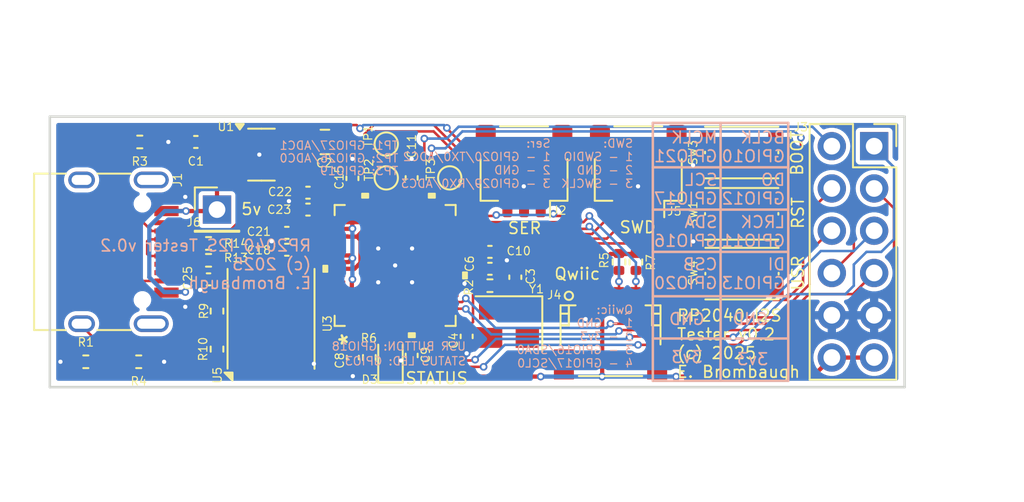
<source format=kicad_pcb>
(kicad_pcb (version 20240108) (generator "pcbnew") (generator_version "8.0")
  (layers (0 "F.Cu" signal) (31 "B.Cu" signal) (34 "B.Paste" user) (35 "F.Paste" user) (36 "B.SilkS" user "B.Silkscreen") (37 "F.SilkS" user "F.Silkscreen") (38 "B.Mask" user) (39 "F.Mask" user) (44 "Edge.Cuts" user))
  (net 0 "")
  (net 1 "GND")
  (net 2 "Vbus")
  (net 3 "+3.3V")
  (net 4 "Net-(C3-Pad1)")
  (net 5 "Net-(U3-XIN)")
  (net 6 "+1V1")
  (net 7 "Net-(D3-A)")
  (net 8 "Net-(J1-D+-PadA6)")
  (net 9 "Net-(J1-CC2)")
  (net 10 "Net-(J1-CC1)")
  (net 11 "Net-(J1-SHIELD)")
  (net 13 "Net-(J1-D--PadA7)")
  (net 15 "/UART0_RX")
  (net 16 "/UART0_TX")
  (net 17 "/I2S_DO")
  (net 18 "/I2S_MCLK")
  (net 19 "/CSB")
  (net 20 "/I2S_LRCK")
  (net 21 "/I2S_DI")
  (net 22 "/SDA")
  (net 23 "/SCL")
  (net 24 "/I2S_BCLK")
  (net 25 "/SWDIO")
  (net 26 "/SWCLK")
  (net 27 "Net-(U3-XOUT)")
  (net 28 "/LED")
  (net 29 "/QSPI_SS_N")
  (net 30 "Net-(R10-Pad2)")
  (net 31 "Net-(U3-USB_DP)")
  (net 32 "Net-(U3-USB_DM)")
  (net 33 "/NRST")
  (net 34 "/BTN")
  (net 40 "/QSPI_SCLK")
  (net 43 "/QSPI_SD0")
  (net 46 "/QSPI_SD1")
  (net 47 "/QSPI_SD2")
  (net 48 "/QSPI_SD3")
  (net 57 "Net-(U3-GPIO27{slash}ADC1)")
  (net 58 "Net-(U3-GPIO26{slash}ADC0)")
  (net 59 "Net-(U3-GPIO19)")
  (footprint "Resistor_SMD:R_0402_1005Metric" (layer "F.Cu") (at 124.333 109.73 90)
    (property "Reference" "R9")
    (property "Value" "10k")
  )
  (footprint "Capacitor_SMD:C_0402_1005Metric" (layer "F.Cu") (at 142.24 107.696 90)
    (property "Reference" "C3")
    (property "Value" "18pf")
  )
  (footprint "Connector_PinSocket_2.54mm:PinSocket_2x06_P2.54mm_Vertical" (layer "F.Cu") (at 163.7792 99.822)
    (property "Reference" "J3")
    (property "Value" "CONN_02X06")
  )
  (footprint "EMEB:RP2040" (layer "F.Cu") (at 135.0264 106.988 90)
    (property "Reference" "U3")
    (property "Value" "RP2040" (hide yes))
  )
  (footprint "Resistor_SMD:R_0402_1005Metric" (layer "F.Cu") (at 116.459 112.776)
    (property "Reference" "R1")
    (property "Value" "1M")
  )
  (footprint "Package_SON:WSON-8-1EP_6x5mm_P1.27mm_EP3.4x4.3mm" (layer "F.Cu") (at 127.576 110.197 90)
    (property "Reference" "U5")
    (property "Value" "W25Q32JVZPIQ")
  )
  (footprint "Connector_PinHeader_2.54mm:PinHeader_1x01_P2.54mm_Vertical" (layer "F.Cu") (at 124.333 103.632)
    (property "Reference" "J6")
    (property "Value" "5V TP")
  )
  (footprint "Connector_JST:JST_SH_SM03B-SRSS-TB_1x03-1MP_P1.00mm_Horizontal" (layer "F.Cu") (at 149.62 101.316 180)
    (property "Reference" "J5")
    (property "Value" "SWD")
  )
  (footprint "TestPoint:TestPoint_Pad_D1.0mm" (layer "F.Cu") (at 134.493 101.727)
    (property "Reference" "TP2")
    (property "Value" "Diag2")
  )
  (footprint "LED_SMD:LED_0603_1608Metric" (layer "F.Cu") (at 134.747 112.5475 90)
    (property "Reference" "D3")
    (property "Value" "LED Green")
  )
  (footprint "Resistor_SMD:R_0402_1005Metric" (layer "F.Cu") (at 123.825 106.68 180)
    (property "Reference" "R13")
    (property "Value" "27.5")
  )
  (footprint "Button_Switch_SMD:SW_Push_1P1T_NO_CK_KMR2" (layer "F.Cu") (at 155.829 103.886)
    (property "Reference" "SW1")
    (property "Value" "RST")
  )
  (footprint "Capacitor_SMD:C_0402_1005Metric" (layer "F.Cu") (at 128.524 106.045 180)
    (property "Reference" "C18")
    (property "Value" "0.1uf")
  )
  (footprint "Package_TO_SOT_SMD:SOT-23-5" (layer "F.Cu") (at 127 100.33)
    (property "Reference" "U1")
    (property "Value" "XC6222B331MR-G")
  )
  (footprint "Capacitor_SMD:C_0402_1005Metric" (layer "F.Cu") (at 128.524 105.029 180)
    (property "Reference" "C21")
    (property "Value" "0.1uf")
  )
  (footprint "Connector_USB:USB_C_Receptacle_HRO_TYPE-C-31-M-12" (layer "F.Cu") (at 117.255 106.17 -90)
    (property "Reference" "J1")
    (property "Value" "USB_C_Receptacle_USB2.0")
  )
  (footprint "Resistor_SMD:R_0402_1005Metric" (layer "F.Cu") (at 140.716 108.204 180)
    (property "Reference" "R2")
    (property "Value" "1k")
  )
  (footprint "Capacitor_SMD:C_0402_1005Metric" (layer "F.Cu") (at 132.4864 112.522 -90)
    (property "Reference" "C8")
    (property "Value" "0.1uf")
  )
  (footprint "Capacitor_SMD:C_0402_1005Metric" (layer "F.Cu") (at 136.017 101.727 90)
    (property "Reference" "C11")
    (property "Value" "0.1uf")
  )
  (footprint "Capacitor_SMD:C_0402_1005Metric" (layer "F.Cu") (at 129.794 102.616 180)
    (property "Reference" "C22")
    (property "Value" "1uf")
  )
  (footprint "Capacitor_SMD:C_0402_1005Metric" (layer "F.Cu") (at 129.794 103.632 180)
    (property "Reference" "C23")
    (property "Value" "1uf")
  )
  (footprint "Capacitor_SMD:C_0402_1005Metric" (layer "F.Cu") (at 136.017 112.395 -90)
    (property "Reference" "C9")
    (property "Value" "0.1uf")
  )
  (footprint "Capacitor_SMD:C_0402_1005Metric" (layer "F.Cu") (at 123.063 99.568 180)
    (property "Reference" "C1")
    (property "Value" "1uf")
  )
  (footprint "Capacitor_SMD:C_0805_2012Metric" (layer "F.Cu") (at 130.81 99.568)
    (property "Reference" "C2")
    (property "Value" "10uf")
  )
  (footprint "EMEB:JST_SH_SM04B-SRSS-TB_04x1.00mm_Angled" (layer "F.Cu") (at 147.955 110.998)
    (property "Reference" "J4")
    (property "Value" "Qwiic")
  )
  (footprint "Resistor_SMD:R_0402_1005Metric" (layer "F.Cu") (at 123.825 105.664 180)
    (property "Reference" "R14")
    (property "Value" "27.5")
  )
  (footprint "Resistor_SMD:R_0402_1005Metric" (layer "F.Cu") (at 133.477 112.522 90)
    (property "Reference" "R6")
    (property "Value" "1k")
  )
  (footprint "Capacitor_SMD:C_0402_1005Metric" (layer "F.Cu") (at 139.319 111.252 -90)
    (property "Reference" "C4")
    (property "Value" "18pf")
  )
  (footprint "Crystal:Crystal_SMD_3225-4Pin_3.2x2.5mm" (layer "F.Cu") (at 141.859 110.49 180)
    (property "Reference" "Y1")
    (property "Value" "Crystal_4pin_SMD")
  )
  (footprint "Resistor_SMD:R_0402_1005Metric" (layer "F.Cu") (at 149.479 106.779 90)
    (property "Reference" "R7")
    (property "Value" "5k1")
  )
  (footprint "TestPoint:TestPoint_Pad_D1.0mm" (layer "F.Cu") (at 134.493 99.695)
    (property "Reference" "TP1")
    (property "Value" "Diag1")
  )
  (footprint "Capacitor_SMD:C_0402_1005Metric" (layer "F.Cu") (at 123.825 107.823 180)
    (property "Reference" "C25")
    (property "Value" "0.1uf")
  )
  (footprint "Connector_JST:JST_SH_SM03B-SRSS-TB_1x03-1MP_P1.00mm_Horizontal" (layer "F.Cu") (at 142.764 101.316 180)
    (property "Reference" "J2")
    (property "Value" "Serial")
  )
  (footprint "Button_Switch_SMD:SW_Push_1P1T_NO_CK_KMR2" (layer "F.Cu") (at 155.829 100.203)
    (property "Reference" "SW3")
    (property "Value" "BOOT")
  )
  (footprint "TestPoint:TestPoint_Pad_D1.0mm" (layer "F.Cu") (at 138.303 101.727)
    (property "Reference" "TP3")
    (property "Value" "Diag3")
  )
  (footprint "Resistor_SMD:R_0402_1005Metric" (layer "F.Cu") (at 119.698 99.568 180)
    (property "Reference" "R3")
    (property "Value" "5k1")
  )
  (footprint "Resistor_SMD:R_0402_1005Metric" (layer "F.Cu") (at 148.463 106.779 90)
    (property "Reference" "R5")
    (property "Value" "5k1")
  )
  (footprint "Capacitor_SMD:C_0402_1005Metric" (layer "F.Cu") (at 132.461 101.755 90)
    (property "Reference" "C15")
    (property "Value" "0.1uf")
  )
  (footprint "Button_Switch_SMD:SW_Push_1P1T_NO_CK_KMR2" (layer "F.Cu") (at 155.847 107.48 180)
    (property "Reference" "SW4")
    (property "Value" "USR")
  )
  (footprint "Capacitor_SMD:C_0402_1005Metric" (layer "F.Cu") (at 140.716 106.172)
    (property "Reference" "C10")
    (property "Value" "0.1uf")
  )
  (footprint "Resistor_SMD:R_0402_1005Metric" (layer "F.Cu") (at 124.333 112.014 -90)
    (property "Reference" "R10")
    (property "Value" "1k")
  )
  (footprint "Resistor_SMD:R_0402_1005Metric" (layer "F.Cu") (at 119.634 112.776 180)
    (property "Reference" "R4")
    (property "Value" "5k1")
  )
  (footprint "Capacitor_SMD:C_0402_1005Metric" (layer "F.Cu") (at 140.716 107.188)
    (property "Reference" "C6")
    (property "Value" "0.1uf")
  )
  (gr_line (start 158.623 111.379) (end 150.495 111.379) (stroke (width 0.15)) (layer "B.SilkS"))
  (gr_line (start 150.495 98.425) (end 158.629 98.425) (stroke (width 0.15)) (layer "B.SilkS"))
  (gr_line (start 154.562 113.919) (end 154.562 98.425) (stroke (width 0.15)) (layer "B.SilkS"))
  (gr_line (start 158.623 101.092) (end 150.495 101.092) (stroke (width 0.15)) (layer "B.SilkS"))
  (gr_line (start 158.623 108.839) (end 150.495 108.839) (stroke (width 0.15)) (layer "B.SilkS"))
  (gr_line (start 158.623 113.919) (end 150.495 113.919) (stroke (width 0.15)) (layer "B.SilkS"))
  (gr_line (start 158.623 103.632) (end 150.495 103.632) (stroke (width 0.15)) (layer "B.SilkS"))
  (gr_line (start 158.623 98.425) (end 158.623 113.919) (stroke (width 0.15)) (layer "B.SilkS"))
  (gr_line (start 158.623 106.172) (end 150.495 106.172) (stroke (width 0.15)) (layer "B.SilkS"))
  (gr_line (start 150.495 113.919) (end 150.495 98.425) (stroke (width 0.15)) (layer "B.SilkS"))
  (gr_line (start 114.3 114.3) (end 165.608 114.3) (stroke (width 0.15)) (layer "Edge.Cuts"))
  (gr_line (start 165.608 114.3) (end 165.608 98.044) (stroke (width 0.15)) (layer "Edge.Cuts"))
  (gr_line (start 114.3 98.044) (end 114.3 114.3) (stroke (width 0.15)) (layer "Edge.Cuts"))
  (gr_line (start 165.608 98.044) (end 114.3 98.044) (stroke (width 0.15)) (layer "Edge.Cuts"))
  (gr_text "STATUS LED: GPIO3" (at 139.319 113.03 0) (layer "B.SilkS") (effects (font (size 0.5 0.5) (thickness 0.07)) (justify left bottom mirror)))
  (gr_text "LRCK\nGPIO11" (at 158.496 105.918 0) (layer "B.SilkS") (effects (font (size 0.7 0.7) (thickness 0.1)) (justify left bottom mirror)))
  (gr_text "TP2: GPIO26/ADC0\n" (at 135.255 100.838 0) (layer "B.SilkS") (effects (font (size 0.5 0.5) (thickness 0.07)) (justify left bottom mirror)))
  (gr_text "CSB\nGPIO20" (at 154.432 108.458 0) (layer "B.SilkS") (effects (font (size 0.7 0.7) (thickness 0.1)) (justify left bottom mirror)))
  (gr_text "DI\nGPIO13\n" (at 158.496 108.458 0) (layer "B.SilkS") (effects (font (size 0.7 0.7) (thickness 0.1)) (justify left bottom mirror)))
  (gr_text "3v3" (at 153.543 112.903 0) (layer "B.SilkS") (effects (font (size 0.7 0.7) (thickness 0.1)) (justify left bottom mirror)))
  (gr_text "SCL\nGPIO17" (at 154.432 103.378 0) (layer "B.SilkS") (effects (font (size 0.7 0.7) (thickness 0.1)) (justify left bottom mirror)))
  (gr_text "GND" (at 153.67 110.617 0) (layer "B.SilkS") (effects (font (size 0.7 0.7) (thickness 0.1)) (justify left bottom mirror)))
  (gr_text "USR BUTTON: GPIO18" (at 139.319 112.141 0) (layer "B.SilkS") (effects (font (size 0.5 0.5) (thickness 0.07)) (justify left bottom mirror)))
  (gr_text "GND" (at 157.48 110.617 0) (layer "B.SilkS") (effects (font (size 0.7 0.7) (thickness 0.1)) (justify left bottom mirror)))
  (gr_text "MCLK\nGPIO21" (at 154.432 100.838 0) (layer "B.SilkS") (effects (font (size 0.7 0.7) (thickness 0.1)) (justify left bottom mirror)))
  (gr_text "TP1: GPIO27/ADC1" (at 135.255 100.076 0) (layer "B.SilkS") (effects (font (size 0.5 0.5) (thickness 0.07)) (justify left bottom mirror)))
  (gr_text "Ser:\n1 - GPIO20/TX0/ADC2\n2 - GND\n3 - GPIO29/RX0/ADC3" (at 144.399 102.362 0) (layer "B.SilkS") (effects (font (size 0.5 0.5) (thickness 0.07)) (justify left bottom mirror)))
  (gr_text "BCLK\nGPIO10" (at 158.496 100.838 0) (layer "B.SilkS") (effects (font (size 0.7 0.7) (thickness 0.1)) (justify left bottom mirror)))
  (gr_text "DO\nGPIO12" (at 158.496 103.378 0) (layer "B.SilkS") (effects (font (size 0.7 0.7) (thickness 0.1)) (justify left bottom mirror)))
  (gr_text "Qwiic:\n1 - GND\n2 - 3v3\n3 - GPIO16/SDA0\n4 - GPIO17/SCL0" (at 149.352 113.157 0) (layer "B.SilkS") (effects (font (size 0.5 0.5) (thickness 0.07)) (justify left bottom mirror)))
  (gr_text "SWD:\n1 - SWDIO\n2 - GND\n3 - SWCLK" (at 149.352 102.362 0) (layer "B.SilkS") (effects (font (size 0.5 0.5) (thickness 0.07)) (justify left bottom mirror)))
  (gr_text "3v3" (at 157.48 113.03 0) (layer "B.SilkS") (effects (font (size 0.7 0.7) (thickness 0.1)) (justify left bottom mirror)))
  (gr_text "SDA\nGPIO16" (at 154.432 105.918 0) (layer "B.SilkS") (effects (font (size 0.7 0.7) (thickness 0.1)) (justify left bottom mirror)))
  (gr_text "RP2040 I2S Tester v0.2\n(c) 2025\nE. Brombaugh" (at 130.048 108.458 0) (layer "B.SilkS") (effects (font (size 0.7 0.7) (thickness 0.1)) (justify left bottom mirror)))
  (gr_text "TP3: GPIO19\n" (at 135.255 101.6 0) (layer "B.SilkS") (effects (font (size 0.5 0.5) (thickness 0.07)) (justify left bottom mirror)))
  (gr_text "SER" (at 141.732 105.156 0) (layer "F.SilkS") (effects (font (size 0.7 0.7) (thickness 0.1)) (justify left bottom)))
  (gr_text "BOOT" (at 159.5628 101.6508 90) (layer "F.SilkS") (effects (font (size 0.7 0.7) (thickness 0.1)) (justify left bottom)))
  (gr_text "SWD" (at 148.4376 105.1052 0) (layer "F.SilkS") (effects (font (size 0.7 0.7) (thickness 0.1)) (justify left bottom)))
  (gr_text "RST" (at 159.6136 104.8512 90) (layer "F.SilkS") (effects (font (size 0.7 0.7) (thickness 0.1)) (justify left bottom)))
  (gr_text "STATUS" (at 135.5852 114.173 0) (layer "F.SilkS") (effects (font (size 0.7 0.7) (thickness 0.1)) (justify left bottom)))
  (gr_text "Qwiic" (at 144.526 107.8992 0) (layer "F.SilkS") (effects (font (size 0.7 0.7) (thickness 0.1)) (justify left bottom)))
  (gr_text "5v" (at 125.73 104.013 0) (layer "F.SilkS") (effects (font (size 0.7 0.7) (thickness 0.1)) (justify left bottom)))
  (gr_text "USR" (at 159.6136 108.5596 90) (layer "F.SilkS") (effects (font (size 0.7 0.7) (thickness 0.1)) (justify left bottom)))
  (gr_text "RP2040 I2S\nTester v0.2\n(c) 2025\nE. Brombaugh" (at 151.892 113.792 0) (layer "F.SilkS") (effects (font (size 0.7 0.7) (thickness 0.1)) (justify left bottom)))
  (segment (start 128.016 105.029) (end 127.508 105.537) (width 0.254) (layer "F.Cu") (net 1))
  (segment (start 136.017 101.247) (end 136.017 100.584) (width 0.254) (layer "F.Cu") (net 1))
  (segment (start 115.634 112.776) (end 114.935 112.776) (width 0.254) (layer "F.Cu") (net 1))
  (segment (start 135.382 112.7) (end 134.747 113.335) (width 0.254) (layer "F.Cu") (net 1))
  (segment (start 130.169 112.897) (end 130.1496 112.897) (width 0.254) (layer "F.Cu") (net 1))
  (segment (start 146.455 109.0605) (end 146.455 110.212) (width 0.254) (layer "F.Cu") (net 1))
  (segment (start 129.159 103.632) (end 128.651 103.124) (width 0.254) (layer "F.Cu") (net 1))
  (segment (start 141.732 106.708) (end 142.24 107.216) (width 0.254) (layer "F.Cu") (net 1))
  (segment (start 128.044 106.045) (end 128.044 105.9714) (width 0.254) (layer "F.Cu") (net 1))
  (segment (start 128.044 105.9714) (end 127.6096 105.537) (width 0.254) (layer "F.Cu") (net 1))
  (segment (start 141.224 107.188) (end 141.732 106.68) (width 0.254) (layer "F.Cu") (net 1))
  (segment (start 132.4864 113.6396) (end 132.4864 113.002) (width 0.254) (layer "F.Cu") (net 1))
  (segment (start 141.196 107.188) (end 141.224 107.188) (width 0.254) (layer "F.Cu") (net 1))
  (segment (start 138.43 107.988001) (end 139.103001 107.988001) (width 0.254) (layer "F.Cu") (net 1))
  (segment (start 123.345 107.823) (end 123.345 108.43) (width 0.254) (layer "F.Cu") (net 1))
  (segment (start 132.461 101.275) (end 132.461 100.584) (width 0.254) (layer "F.Cu") (net 1))
  (segment (start 121.3 109.42) (end 122.374 109.42) (width 0.254) (layer "F.Cu") (net 1))
  (segment (start 139.103001 107.988001) (end 139.192 108.077) (width 0.254) (layer "F.Cu") (net 1))
  (segment (start 141.732 106.68) (end 141.704 106.68) (width 0.254) (layer "F.Cu") (net 1))
  (segment (start 149.62 103.316) (end 149.62 102.249) (width 0.254) (layer "F.Cu") (net 1))
  (segment (start 121.3 102.92) (end 122.378 102.92) (width 0.254) (layer "F.Cu") (net 1))
  (segment (start 122.288 99.568) (end 121.412 99.568) (width 0.254) (layer "F.Cu") (net 1))
  (segment (start 129.159 102.616) (end 128.651 103.124) (width 0.254) (layer "F.Cu") (net 1))
  (segment (start 130.169 112.897) (end 130.175 112.903) (width 0.254) (layer "F.Cu") (net 1))
  (segment (start 131.76 99.883) (end 131.76 99.568) (width 0.254) (layer "F.Cu") (net 1))
  (segment (start 135.382 112.7) (end 135.842 112.7) (width 0.254) (layer "F.Cu") (net 1))
  (segment (start 152.908 105.557) (end 152.918 105.547) (width 0.254) (layer "F.Cu") (net 1))
  (segment (start 135.842 112.7) (end 136.017 112.875) (width 0.254) (layer "F.Cu") (net 1))
  (segment (start 128.044 105.029) (end 128.016 105.029) (width 0.254) (layer "F.Cu") (net 1))
  (segment (start 129.314 103.632) (end 129.159 103.632) (width 0.254) (layer "F.Cu") (net 1))
  (segment (start 132.461 100.584) (end 131.76 99.883) (width 0.254) (layer "F.Cu") (net 1))
  (segment (start 122.378 102.92) (end 122.428 102.87) (width 0.254) (layer "F.Cu") (net 1))
  (segment (start 127.508 105.537) (end 127.6096 105.537) (width 0.254) (layer "F.Cu") (net 1))
  (segment (start 152.918 105.547) (end 153.779 104.686) (width 0.254) (layer "F.Cu") (net 1))
  (segment (start 120.523 99.568) (end 121.412 99.568) (width 0.254) (layer "F.Cu") (net 1))
  (segment (start 152.908 107.391) (end 152.908 105.557) (width 0.254) (layer "F.Cu") (net 1))
  (segment (start 152.908 100.965) (end 153.741 100.965) (width 0.254) (layer "F.Cu") (net 1))
  (segment (start 142.748 103.346) (end 142.748 102.235) (width 0.254) (layer "F.Cu") (net 1))
  (segment (start 123.345 108.43) (end 123.317 108.458) (width 0.254) (layer "F.Cu") (net 1))
  (segment (start 129.314 102.616) (end 129.159 102.616) (width 0.254) (layer "F.Cu") (net 1))
  (segment (start 146.431 110.236) (end 146.455 110.212) (width 0.254) (layer "F.Cu") (net 1))
  (segment (start 141.732 106.68) (end 141.732 106.708) (width 0.254) (layer "F.Cu") (net 1))
  (segment (start 153.741 100.965) (end 153.779 101.003) (width 0.254) (layer "F.Cu") (net 1))
  (segment (start 126.873 100.33) (end 125.8625 100.33) (width 0.254) (layer "F.Cu") (net 1))
  (segment (start 141.704 106.68) (end 141.196 106.172) (width 0.254) (layer "F.Cu") (net 1))
  (segment (start 129.481 112.897) (end 130.169 112.897) (width 0.254) (layer "F.Cu") (net 1))
  (segment (start 149.62 102.249) (end 149.606 102.235) (width 0.254) (layer "F.Cu") (net 1))
  (segment (start 139.319 111.732) (end 139.319 112.268) (width 0.254) (layer "F.Cu") (net 1))
  (segment (start 153.797 108.28) (end 152.908 107.391) (width 0.254) (layer "F.Cu") (net 1))
  (segment (start 120.459 112.776) (end 121.158 112.776) (width 0.254) (layer "F.Cu") (net 1))
  (segment (start 122.374 109.42) (end 122.428 109.474) (width 0.254) (layer "F.Cu") (net 1))
  (via (at 126.873 100.33) (size 0.4572) (drill 0.254) (layers "F.Cu" "B.Cu") (net 1))
  (via (at 136.017 100.584) (size 0.4572) (drill 0.254) (layers "F.Cu" "B.Cu") (net 1))
  (via (at 135.382 112.7) (size 0.4572) (drill 0.254) (layers "F.Cu" "B.Cu") (net 1))
  (via (at 139.192 108.077) (size 0.4572) (drill 0.254) (layers "F.Cu" "B.Cu") (net 1))
  (via (at 136.0424 105.9688) (size 0.4572) (drill 0.254) (layers "F.Cu" "B.Cu") (net 1))
  (via (at 149.606 102.235) (size 0.4572) (drill 0.254) (layers "F.Cu" "B.Cu") (net 1))
  (via (at 152.908 100.965) (size 0.4572) (drill 0.254) (layers "F.Cu" "B.Cu") (net 1))
  (via (at 127.6096 105.537) (size 0.4572) (drill 0.254) (layers "F.Cu" "B.Cu") (net 1))
  (via (at 134.0104 108.0008) (size 0.4572) (drill 0.254) (layers "F.Cu" "B.Cu") (net 1))
  (via (at 122.428 109.474) (size 0.4572) (drill 0.254) (layers "F.Cu" "B.Cu") (net 1))
  (via (at 135.0264 106.988) (size 0.4572) (drill 0.254) (layers "F.Cu" "B.Cu") (net 1))
  (via (at 121.412 99.568) (size 0.4572) (drill 0.254) (layers "F.Cu" "B.Cu") (net 1))
  (via (at 123.317 108.458) (size 0.4572) (drill 0.254) (layers "F.Cu" "B.Cu") (net 1))
  (via (at 132.4864 113.6396) (size 0.4572) (drill 0.254) (layers "F.Cu" "B.Cu") (net 1))
  (via (at 141.732 106.68) (size 0.4572) (drill 0.254) (layers "F.Cu" "B.Cu") (net 1))
  (via (at 122.428 102.87) (size 0.4572) (drill 0.254) (layers "F.Cu" "B.Cu") (net 1))
  (via (at 134.0104 105.9688) (size 0.4572) (drill 0.254) (layers "F.Cu" "B.Cu") (net 1))
  (via (at 121.158 112.776) (size 0.4572) (drill 0.254) (layers "F.Cu" "B.Cu") (net 1))
  (via (at 114.935 112.776) (size 0.4572) (drill 0.254) (layers "F.Cu" "B.Cu") (net 1))
  (via (at 142.748 102.235) (size 0.4572) (drill 0.254) (layers "F.Cu" "B.Cu") (net 1))
  (via (at 130.1496 112.897) (size 0.4572) (drill 0.254) (layers "F.Cu" "B.Cu") (net 1))
  (via (at 136.0424 108.0008) (size 0.4572) (drill 0.254) (layers "F.Cu" "B.Cu") (net 1))
  (via (at 139.319 112.268) (size 0.4572) (drill 0.254) (layers "F.Cu" "B.Cu") (net 1))
  (via (at 132.461 100.584) (size 0.4572) (drill 0.254) (layers "F.Cu" "B.Cu") (net 1))
  (via (at 152.918 105.547) (size 0.4572) (drill 0.254) (layers "F.Cu" "B.Cu") (net 1))
  (via (at 146.455 110.212) (size 0.4572) (drill 0.254) (layers "F.Cu" "B.Cu") (net 1))
  (via (at 128.651 103.124) (size 0.4572) (drill 0.254) (layers "F.Cu" "B.Cu") (net 1))
  (segment (start 161.2392 109.982) (end 163.7792 109.982) (width 0.254) (layer "B.Cu") (net 1))
  (segment (start 124.333 99.568) (end 124.521 99.38) (width 0.254) (layer "F.Cu") (net 2))
  (segment (start 121.3 103.72) (end 122.467 103.72) (width 0.254) (layer "F.Cu") (net 2))
  (segment (start 124.333 103.632) (end 124.333 101.473) (width 0.254) (layer "F.Cu") (net 2))
  (segment (start 123.543 99.568) (end 124.333 99.568) (width 0.254) (layer "F.Cu") (net 2))
  (segment (start 122.467 103.72) (end 124.245 103.72) (width 0.254) (layer "F.Cu") (net 2))
  (segment (start 124.587 101.219) (end 125.8015 101.219) (width 0.254) (layer "F.Cu") (net 2))
  (segment (start 124.333 100.965) (end 124.333 99.568) (width 0.254) (layer "F.Cu") (net 2))
  (segment (start 124.521 99.38) (end 125.8625 99.38) (width 0.254) (layer "F.Cu") (net 2))
  (segment (start 124.333 101.473) (end 124.587 101.219) (width 0.254) (layer "F.Cu") (net 2))
  (segment (start 124.245 103.72) (end 124.333 103.632) (width 0.254) (layer "F.Cu") (net 2))
  (segment (start 125.8015 101.219) (end 125.8625 101.28) (width 0.254) (layer "F.Cu") (net 2))
  (segment (start 122.428 108.585) (end 121.335 108.585) (width 0.254) (layer "F.Cu") (net 2))
  (segment (start 121.335 108.585) (end 121.3 108.62) (width 0.254) (layer "F.Cu") (net 2))
  (segment (start 124.587 101.219) (end 124.333 100.965) (width 0.254) (layer "F.Cu") (net 2))
  (via (at 122.467 103.72) (size 0.4572) (drill 0.254) (layers "F.Cu" "B.Cu") (net 2))
  (via (at 122.428 108.585) (size 0.4572) (drill 0.254) (layers "F.Cu" "B.Cu") (net 2))
  (segment (start 121.158 108.585) (end 120.269 107.696) (width 0.254) (layer "B.Cu") (net 2))
  (segment (start 120.269 104.648) (end 121.197 103.72) (width 0.254) (layer "B.Cu") (net 2))
  (segment (start 120.269 107.696) (end 120.269 104.648) (width 0.254) (layer "B.Cu") (net 2))
  (segment (start 122.428 108.585) (end 121.158 108.585) (width 0.254) (layer "B.Cu") (net 2))
  (segment (start 121.197 103.72) (end 122.467 103.72) (width 0.254) (layer "B.Cu") (net 2))
  (segment (start 130.81 104.439683) (end 130.81 103.152) (width 0.254) (layer "F.Cu") (net 3))
  (segment (start 135.884 104.388) (end 135.89 104.394) (width 0.254) (layer "F.Cu") (net 3))
  (segment (start 137.033 107.188) (end 137.033 108.712) (width 0.254) (layer "F.Cu") (net 3))
  (segment (start 135.89 104.394) (end 136.026401 104.257599) (width 0.254) (layer "F.Cu") (net 3))
  (segment (start 131.158316 104.787999) (end 130.81 104.439683) (width 0.254) (layer "F.Cu") (net 3))
  (segment (start 136.144 108.966) (end 136.026401 109.083599) (width 0.254) (layer "F.Cu") (net 3))
  (segment (start 128.1375 99.38) (end 129.672 99.38) (width 0.254) (layer "F.Cu") (net 3))
  (segment (start 124.305 107.823) (end 125.345 107.823) (width 0.254) (layer "F.Cu") (net 3))
  (segment (start 143.764 113.665) (end 137.8585 113.665) (width 0.254) (layer "F.Cu") (net 3))
  (segment (start 130.81 103.152) (end 130.274 102.616) (width 0.254) (layer "F.Cu") (net 3))
  (segment (start 125.345 107.823) (end 125.671 107.497) (width 0.254) (layer "F.Cu") (net 3))
  (segment (start 131.047816 106.788) (end 130.620908 106.361092) (width 0.254) (layer "F.Cu") (net 3))
  (segment (start 151.892 113.665) (end 160.0962 113.665) (width 0.254) (layer "F.Cu") (net 3))
  (segment (start 147.955 106.299) (end 147.447 106.807) (width 0.254) (layer "F.Cu") (net 3))
  (segment (start 139.836 106.788) (end 140.236 107.188) (width 0.254) (layer "F.Cu") (net 3))
  (segment (start 129.672 99.38) (end 129.86 99.568) (width 0.254) (layer "F.Cu") (net 3))
  (segment (start 147.455 113.665) (end 147.447 113.665) (width 0.254) (layer "F.Cu") (net 3))
  (segment (start 138.43 106.788) (end 137.433 106.788) (width 0.254) (layer "F.Cu") (net 3))
  (segment (start 129.86 102.047) (end 129.86 99.568) (width 0.254) (layer "F.Cu") (net 3))
  (segment (start 136.026401 110.3916) (end 136.026401 111.905599) (width 0.254) (layer "F.Cu") (net 3))
  (segment (start 131.6228 106.388001) (end 132.296001 106.388001) (width 0.254) (layer "F.Cu") (net 3))
  (segment (start 132.226 106.788) (end 132.461 106.553) (width 0.254) (layer "F.Cu") (net 3))
  (segment (start 132.296001 106.388001) (end 132.461 106.553) (width 0.254) (layer "F.Cu") (net 3))
  (segment (start 132.455 104.388) (end 131.6228 104.388) (width 0.254) (layer "F.Cu") (net 3))
  (segment (start 131.6228 104.787999) (end 131.158316 104.787999) (width 0.254) (layer "F.Cu") (net 3))
  (segment (start 130.620908 106.361092) (end 129.288816 105.029) (width 0.254) (layer "F.Cu") (net 3))
  (segment (start 135.908802 108.966) (end 132.4264 108.966) (width 0.254) (layer "F.Cu") (net 3))
  (segment (start 131.6228 106.788) (end 131.047816 106.788) (width 0.254) (layer "F.Cu") (net 3))
  (segment (start 131.6228 106.388001) (end 130.647817 106.388001) (width 0.254) (layer "F.Cu") (net 3))
  (segment (start 131.6228 104.787999) (end 132.448001 104.787999) (width 0.254) (layer "F.Cu") (net 3))
  (segment (start 136.1085 111.915) (end 136.017 111.915) (width 0.254) (layer "F.Cu") (net 3))
  (segment (start 136.026401 109.083599) (end 136.026401 110.3916) (width 0.254) (layer "F.Cu") (net 3))
  (segment (start 128.98631 105.029) (end 128.35131 104.394) (width 0.254) (layer "F.Cu") (net 3))
  (segment (start 147.447 106.807) (end 147.455 106.815) (width 0.254) (layer "F.Cu") (net 3))
  (segment (start 129.004 105.029) (end 128.98631 105.029) (width 0.254) (layer "F.Cu") (net 3))
  (segment (start 136.779 108.966) (end 136.144 108.966) (width 0.254) (layer "F.Cu") (net 3))
  (segment (start 138.43 106.788) (end 139.836 106.788) (width 0.254) (layer "F.Cu") (net 3))
  (segment (start 161.2392 112.522) (end 163.7792 112.522) (width 0.254) (layer "F.Cu") (net 3))
  (segment (start 132.4264 103.5844) (end 132.4264 104.3594) (width 0.254) (layer "F.Cu") (net 3))
  (segment (start 148.463 106.299) (end 147.955 106.299) (width 0.254) (layer "F.Cu") (net 3))
  (segment (start 132.4264 110.3916) (end 132.4264 111.982) (width 0.254) (layer "F.Cu") (net 3))
  (segment (start 132.4264 107.8576) (end 132.461 107.823) (width 0.254) (layer "F.Cu") (net 3))
  (segment (start 128.35131 104.394) (end 127.80792 104.394) (width 0.254) (layer "F.Cu") (net 3))
  (segment (start 147.455 106.815) (end 147.455 109.0605) (width 0.254) (layer "F.Cu") (net 3))
  (segment (start 132.448001 104.787999) (end 132.461 104.775) (width 0.254) (layer "F.Cu") (net 3))
  (segment (start 130.647817 106.388001) (end 130.620908 106.361092) (width 0.254) (layer "F.Cu") (net 3))
  (segment (start 149.479 106.299) (end 148.463 106.299) (width 0.254) (layer "F.Cu") (net 3))
  (segment (start 136.026401 111.905599) (end 136.017 111.915) (width 0.254) (layer "F.Cu") (net 3))
  (segment (start 131.6228 106.788) (end 132.226 106.788) (width 0.254) (layer "F.Cu") (net 3))
  (segment (start 132.4264 109.093) (end 132.4264 107.8576) (width 0.254) (layer "F.Cu") (net 3))
  (segment (start 137.433 106.788) (end 137.033 107.188) (width 0.254) (layer "F.Cu") (net 3))
  (segment (start 132.455 104.769) (end 132.455 104.388) (width 0.254) (layer "F.Cu") (net 3))
  (segment (start 132.4264 102.2696) (end 132.461 102.235) (width 0.254) (layer "F.Cu") (net 3))
  (segment (start 132.4264 104.3594) (end 132.455 104.388) (width 0.254) (layer "F.Cu") (net 3))
  (segment (start 136.026401 103.5844) (end 136.026401 102.216401) (width 0.254) (layer "F.Cu") (net 3))
  (segment (start 124.305 107.823) (end 124.305 109.192) (width 0.254) (layer "F.Cu") (net 3))
  (segment (start 137.8585 113.665) (end 136.1085 111.915) (width 0.254) (layer "F.Cu") (net 3))
  (segment (start 124.305 109.192) (end 124.333 109.22) (width 0.254) (layer "F.Cu") (net 3))
  (segment (start 147.455 113.665) (end 147.455 109.0605) (width 0.254) (layer "F.Cu") (net 3))
  (segment (start 137.033 108.712) (end 136.779 108.966) (width 0.254) (layer "F.Cu") (net 3))
  (segment (start 136.026401 102.216401) (end 136.017 102.207) (width 0.254) (layer "F.Cu") (net 3))
  (segment (start 132.455 104.388) (end 135.884 104.388) (width 0.254) (layer "F.Cu") (net 3))
  (segment (start 130.274 102.616) (end 130.274 102.461) (width 0.254) (layer "F.Cu") (net 3))
  (segment (start 136.026401 104.257599) (end 136.026401 103.5844) (width 0.254) (layer "F.Cu") (net 3))
  (segment (start 132.461 104.775) (end 132.455 104.769) (width 0.254) (layer "F.Cu") (net 3))
  (segment (start 125.671 106.53092) (end 125.671 107.497) (width 0.254) (layer "F.Cu") (net 3))
  (segment (start 130.274 102.461) (end 129.86 102.047) (width 0.254) (layer "F.Cu") (net 3))
  (segment (start 136.026401 109.083599) (end 135.908802 108.966) (width 0.254) (layer "F.Cu") (net 3))
  (segment (start 129.288816 105.029) (end 129.004 105.029) (width 0.254) (layer "F.Cu") (net 3))
  (segment (start 132.4264 111.982) (end 132.4864 112.042) (width 0.254) (layer "F.Cu") (net 3))
  (segment (start 127.80792 104.394) (end 125.671 106.53092) (width 0.254) (layer "F.Cu") (net 3))
  (segment (start 132.4264 110.3916) (end 132.4264 109.093) (width 0.254) (layer "F.Cu") (net 3))
  (segment (start 160.0962 113.665) (end 161.2392 112.522) (width 0.254) (layer "F.Cu") (net 3))
  (segment (start 132.4264 103.5844) (end 132.4264 102.2696) (width 0.254) (layer "F.Cu") (net 3))
  (via (at 147.447 113.665) (size 0.4572) (drill 0.254) (layers "F.Cu" "B.Cu") (net 3))
  (via (at 151.892 113.665) (size 0.4572) (drill 0.254) (layers "F.Cu" "B.Cu") (net 3))
  (via (at 132.461 106.553) (size 0.4572) (drill 0.254) (layers "F.Cu" "B.Cu") (net 3))
  (via (at 143.764 113.665) (size 0.4572) (drill 0.254) (layers "F.Cu" "B.Cu") (net 3))
  (via (at 132.461 104.775) (size 0.4572) (drill 0.254) (layers "F.Cu" "B.Cu") (net 3))
  (via (at 132.461 107.823) (size 0.4572) (drill 0.254) (layers "F.Cu" "B.Cu") (net 3))
  (segment (start 132.461 107.823) (end 132.461 106.553) (width 0.254) (layer "B.Cu") (net 3))
  (segment (start 147.447 113.665) (end 151.892 113.665) (width 0.254) (layer "B.Cu") (net 3))
  (segment (start 132.461 104.775) (end 132.461 106.553) (width 0.254) (layer "B.Cu") (net 3))
  (segment (start 143.764 113.665) (end 147.447 113.665) (width 0.254) (layer "B.Cu") (net 3))
  (segment (start 142.466 108.176) (end 142.959 108.669) (width 0.1524) (layer "F.Cu") (net 4))
  (segment (start 141.226 108.204) (end 141.226 108.243) (width 0.1524) (layer "F.Cu") (net 4))
  (segment (start 141.226 108.204) (end 142.212 108.204) (width 0.1524) (layer "F.Cu") (net 4))
  (segment (start 142.24 108.176) (end 142.466 108.176) (width 0.1524) (layer "F.Cu") (net 4))
  (segment (start 142.212 108.204) (end 142.24 108.176) (width 0.1524) (layer "F.Cu") (net 4))
  (segment (start 142.959 108.669) (end 142.959 109.64) (width 0.1524) (layer "F.Cu") (net 4))
  (segment (start 139.313657 107.587999) (end 139.7 107.974342) (width 0.1524) (layer "F.Cu") (net 5))
  (segment (start 139.319 110.772) (end 140.191 110.772) (width 0.1524) (layer "F.Cu") (net 5))
  (segment (start 139.7 110.391) (end 139.319 110.772) (width 0.1524) (layer "F.Cu") (net 5))
  (segment (start 138.43 107.587999) (end 139.313657 107.587999) (width 0.1524) (layer "F.Cu") (net 5))
  (segment (start 140.191 110.772) (end 140.759 111.34) (width 0.1524) (layer "F.Cu") (net 5))
  (segment (start 139.7 107.974342) (end 139.7 110.391) (width 0.1524) (layer "F.Cu") (net 5))
  (segment (start 133.096 104.902) (end 136.652 104.902) (width 0.254) (layer "F.Cu") (net 6))
  (segment (start 131.019502 105.188001) (end 130.274 104.442499) (width 0.254) (layer "F.Cu") (net 6))
  (segment (start 137.033 106.045) (end 137.376001 106.388001) (width 0.254) (layer "F.Cu") (net 6))
  (segment (start 131.6228 107.188) (end 130.909 107.188) (width 0.254) (layer "F.Cu") (net 6))
  (segment (start 132.9436 105.4608) (end 132.9436 106.8324) (width 0.254) (layer "F.Cu") (net 6))
  (segment (start 130.909 107.188) (end 129.766 106.045) (width 0.254) (layer "F.Cu") (net 6))
  (segment (start 132.1816 105.2576) (end 132.7404 105.2576) (width 0.254) (layer "F.Cu") (net 6))
  (segment (start 129.766 106.045) (end 129.004 106.045) (width 0.254) (layer "F.Cu") (net 6))
  (segment (start 130.274 104.442499) (end 130.274 103.632) (width 0.254) (layer "F.Cu") (net 6))
  (segment (start 131.6228 105.188001) (end 131.679899 105.2451) (width 0.254) (layer "F.Cu") (net 6))
  (segment (start 132.588 107.188) (end 131.6228 107.188) (width 0.254) (layer "F.Cu") (net 6))
  (segment (start 132.7404 105.2576) (end 132.9436 105.4608) (width 0.254) (layer "F.Cu") (net 6))
  (segment (start 132.9436 106.8324) (end 132.588 107.188) (width 0.254) (layer "F.Cu") (net 6))
  (segment (start 131.6228 105.188001) (end 131.019502 105.188001) (width 0.254) (layer "F.Cu") (net 6))
  (segment (start 137.376001 106.388001) (end 138.43 106.388001) (width 0.254) (layer "F.Cu") (net 6))
  (segment (start 136.652 104.902) (end 137.033 105.283) (width 0.254) (layer "F.Cu") (net 6))
  (segment (start 131.679899 105.2451) (end 132.1691 105.2451) (width 0.254) (layer "F.Cu") (net 6))
  (segment (start 137.033 105.283) (end 137.033 106.045) (width 0.254) (layer "F.Cu") (net 6))
  (segment (start 132.7404 105.2576) (end 133.096 104.902) (width 0.254) (layer "F.Cu") (net 6))
  (segment (start 140.236 106.172) (end 140.019999 106.388001) (width 0.254) (layer "F.Cu") (net 6))
  (segment (start 140.019999 106.388001) (end 138.43 106.388001) (width 0.254) (layer "F.Cu") (net 6))
  (segment (start 133.477 113.032) (end 133.477 113.03) (width 0.1524) (layer "F.Cu") (net 7))
  (segment (start 133.477 113.03) (end 134.747 111.76) (width 0.1524) (layer "F.Cu") (net 7))
  (segment (start 122.176 105.92) (end 122.301 106.045) (width 0.1524) (layer "F.Cu") (net 8))
  (segment (start 121.3 105.92) (end 122.176 105.92) (width 0.1524) (layer "F.Cu") (net 8))
  (segment (start 122.301 106.807) (end 122.188 106.92) (width 0.1524) (layer "F.Cu") (net 8))
  (segment (start 122.188 106.92) (end 121.3 106.92) (width 0.1524) (layer "F.Cu") (net 8))
  (segment (start 122.428 106.68) (end 123.315 106.68) (width 0.1524) (layer "F.Cu") (net 8))
  (segment (start 122.188 106.92) (end 122.428 106.68) (width 0.1524) (layer "F.Cu") (net 8))
  (segment (start 122.301 106.045) (end 122.301 106.807) (width 0.1524) (layer "F.Cu") (net 8))
  (segment (start 118.809 109.029) (end 118.809 111.824) (width 0.1524) (layer "F.Cu") (net 9))
  (segment (start 119.124 112.139) (end 119.124 112.776) (width 0.1524) (layer "F.Cu") (net 9))
  (segment (start 121.3 107.92) (end 119.918 107.92) (width 0.1524) (layer "F.Cu") (net 9))
  (segment (start 118.809 111.824) (end 119.124 112.139) (width 0.1524) (layer "F.Cu") (net 9))
  (segment (start 119.918 107.92) (end 118.809 109.029) (width 0.1524) (layer "F.Cu") (net 9))
  (segment (start 118.873 103.3704) (end 120.4226 104.92) (width 0.1524) (layer "F.Cu") (net 10))
  (segment (start 119.188 99.568) (end 119.188 100.014) (width 0.1524) (layer "F.Cu") (net 10))
  (segment (start 119.188 100.014) (end 118.873 100.329) (width 0.1524) (layer "F.Cu") (net 10))
  (segment (start 120.4226 104.92) (end 121.3 104.92) (width 0.1524) (layer "F.Cu") (net 10))
  (segment (start 118.873 100.329) (end 118.873 103.3704) (width 0.1524) (layer "F.Cu") (net 10))
  (segment (start 116.969 111.381) (end 116.969 112.776) (width 0.1524) (layer "F.Cu") (net 11))
  (segment (start 116.205 110.617) (end 116.969 111.381) (width 0.1524) (layer "F.Cu") (net 11))
  (segment (start 116.205 110.49) (end 116.205 110.617) (width 0.1524) (layer "F.Cu") (net 11))
  (segment (start 120.259 105.42) (end 120.142 105.537) (width 0.1524) (layer "F.Cu") (net 13))
  (segment (start 120.142 105.537) (end 120.142 106.299) (width 0.1524) (layer "F.Cu") (net 13))
  (segment (start 123.071 105.42) (end 123.315 105.664) (width 0.1524) (layer "F.Cu") (net 13))
  (segment (start 120.275 106.42) (end 121.3 106.42) (width 0.1524) (layer "F.Cu") (net 13))
  (segment (start 121.3 105.42) (end 123.071 105.42) (width 0.1524) (layer "F.Cu") (net 13))
  (segment (start 121.3 105.42) (end 120.259 105.42) (width 0.1524) (layer "F.Cu") (net 13))
  (segment (start 120.269 106.426) (end 120.275 106.42) (width 0.1524) (layer "F.Cu") (net 13))
  (segment (start 120.142 106.299) (end 120.269 106.426) (width 0.1524) (layer "F.Cu") (net 13))
  (segment (start 133.1976 102.489) (end 132.826399 102.860201) (width 0.1524) (layer "F.Cu") (net 15))
  (segment (start 133.1976 99.0854) (end 133.1976 102.489) (width 0.1524) (layer "F.Cu") (net 15))
  (segment (start 133.731 98.552) (end 133.1976 99.0854) (width 0.1524) (layer "F.Cu") (net 15))
  (segment (start 142.395999 101.219) (end 140.016131 101.219) (width 0.1524) (layer "F.Cu") (net 15))
  (segment (start 132.826399 102.860201) (end 132.826399 103.5844) (width 0.1524) (layer "F.Cu") (net 15))
  (segment (start 143.748 103.346) (end 143.748 102.571001) (width 0.1524) (layer "F.Cu") (net 15))
  (segment (start 140.016131 101.219) (end 137.349131 98.552) (width 0.1524) (layer "F.Cu") (net 15))
  (segment (start 143.748 102.571001) (end 142.395999 101.219) (width 0.1524) (layer "F.Cu") (net 15))
  (segment (start 137.349131 98.552) (end 133.731 98.552) (width 0.1524) (layer "F.Cu") (net 15))
  (segment (start 133.477 102.616) (end 133.226401 102.866599) (width 0.1524) (layer "F.Cu") (net 16))
  (segment (start 141.748 102.378) (end 140.97 101.6) (width 0.1524) (layer "F.Cu") (net 16))
  (segment (start 133.226401 102.866599) (end 133.226401 103.5844) (width 0.1524) (layer "F.Cu") (net 16))
  (segment (start 137.334999 98.933) (end 133.858 98.933) (width 0.1524) (layer "F.Cu") (net 16))
  (segment (start 133.858 98.933) (end 133.477 99.314) (width 0.1524) (layer "F.Cu") (net 16))
  (segment (start 140.97 101.6) (end 140.001999 101.6) (width 0.1524) (layer "F.Cu") (net 16))
  (segment (start 140.001999 101.6) (end 137.334999 98.933) (width 0.1524) (layer "F.Cu") (net 16))
  (segment (start 141.748 103.346) (end 141.748 102.378) (width 0.1524) (layer "F.Cu") (net 16))
  (segment (start 133.477 99.314) (end 133.477 102.616) (width 0.1524) (layer "F.Cu") (net 16))
  (segment (start 148.5138 110.871) (end 160.147 110.871) (width 0.1524) (layer "F.Cu") (net 17))
  (segment (start 164.973 110.617) (end 164.973 103.5558) (width 0.1524) (layer "F.Cu") (net 17))
  (segment (start 164.338 111.252) (end 164.973 110.617) (width 0.1524) (layer "F.Cu") (net 17))
  (segment (start 160.147 110.871) (end 160.528 111.252) (width 0.1524) (layer "F.Cu") (net 17))
  (segment (start 160.528 111.252) (end 164.338 111.252) (width 0.1524) (layer "F.Cu") (net 17))
  (segment (start 139.2682 109.601) (end 139.2552 109.588) (width 0.1524) (layer "F.Cu") (net 17))
  (segment (start 164.973 103.5558) (end 163.7792 102.362) (width 0.1524) (layer "F.Cu") (net 17))
  (segment (start 139.2552 109.588) (end 138.43 109.588) (width 0.1524) (layer "F.Cu") (net 17))
  (segment (start 148.463 110.9218) (end 148.5138 110.871) (width 0.1524) (layer "F.Cu") (net 17))
  (via (at 139.2682 109.601) (size 0.4572) (drill 0.254) (layers "F.Cu" "B.Cu") (net 17))
  (via (at 148.463 110.9218) (size 0.4572) (drill 0.254) (layers "F.Cu" "B.Cu") (net 17))
  (segment (start 140.7922 111.125) (end 139.2682 109.601) (width 0.1524) (layer "B.Cu") (net 17))
  (segment (start 148.463 110.9218) (end 148.2598 111.125) (width 0.1524) (layer "B.Cu") (net 17))
  (segment (start 148.2598 111.125) (end 140.7922 111.125) (width 0.1524) (layer "B.Cu") (net 17))
  (segment (start 136.4264 103.5844) (end 136.4264 103.104899) (width 0.1524) (layer "F.Cu") (net 18))
  (segment (start 136.4264 103.104899) (end 136.779 102.752299) (width 0.1524) (layer "F.Cu") (net 18))
  (segment (start 136.779 102.752299) (end 136.779 99.3648) (width 0.1524) (layer "F.Cu") (net 18))
  (via (at 136.779 99.3648) (size 0.4572) (drill 0.254) (layers "F.Cu" "B.Cu") (net 18))
  (segment (start 160.0708 98.6536) (end 161.2392 99.822) (width 0.1524) (layer "B.Cu") (net 18))
  (segment (start 138.1252 99.3648) (end 138.8364 98.6536) (width 0.1524) (layer "B.Cu") (net 18))
  (segment (start 138.8364 98.6536) (end 160.0708 98.6536) (width 0.1524) (layer "B.Cu") (net 18))
  (segment (start 136.779 99.3648) (end 138.1252 99.3648) (width 0.1524) (layer "B.Cu") (net 18))
  (segment (start 159.385 100.33) (end 160.147 101.092) (width 0.1524) (layer "F.Cu") (net 19))
  (segment (start 159.385 99.314) (end 159.385 100.33) (width 0.1524) (layer "F.Cu") (net 19))
  (segment (start 161.798 101.092) (end 162.56 101.854) (width 0.1524) (layer "F.Cu") (net 19))
  (segment (start 136.826399 103.5844) (end 136.826399 103.100032) (width 0.1524) (layer "F.Cu") (net 19))
  (segment (start 136.826399 103.100032) (end 137.2108 102.715631) (width 0.1524) (layer "F.Cu") (net 19))
  (segment (start 162.56 101.854) (end 162.56 106.1212) (width 0.1524) (layer "F.Cu") (net 19))
  (segment (start 162.56 106.1212) (end 161.2392 107.442) (width 0.1524) (layer "F.Cu") (net 19))
  (segment (start 160.147 101.092) (end 161.798 101.092) (width 0.1524) (layer "F.Cu") (net 19))
  (segment (start 137.2108 102.715631) (end 137.2108 99.949) (width 0.1524) (layer "F.Cu") (net 19))
  (via (at 137.2108 99.949) (size 0.4572) (drill 0.254) (layers "F.Cu" "B.Cu") (net 19))
  (via (at 159.385 99.314) (size 0.4572) (drill 0.254) (layers "F.Cu" "B.Cu") (net 19))
  (segment (start 159.385 99.314) (end 159.004 98.933) (width 0.1524) (layer "B.Cu") (net 19))
  (segment (start 159.004 98.933) (end 139.065 98.933) (width 0.1524) (layer "B.Cu") (net 19))
  (segment (start 139.065 98.933) (end 138.049 99.949) (width 0.1524) (layer "B.Cu") (net 19))
  (segment (start 138.049 99.949) (end 137.2108 99.949) (width 0.1524) (layer "B.Cu") (net 19))
  (segment (start 139.827 112.649) (end 139.7762 112.6998) (width 0.1524) (layer "F.Cu") (net 20))
  (segment (start 149.098 111.3028) (end 149.1488 111.252) (width 0.1524) (layer "F.Cu") (net 20))
  (segment (start 155.2702 111.252) (end 155.321 111.3028) (width 0.1524) (layer "F.Cu") (net 20))
  (segment (start 137.6264 111.186058) (end 137.6264 110.3916) (width 0.1524) (layer "F.Cu") (net 20))
  (segment (start 139.140142 112.6998) (end 137.6264 111.186058) (width 0.1524) (layer "F.Cu") (net 20))
  (segment (start 149.1488 111.252) (end 155.2702 111.252) (width 0.1524) (layer "F.Cu") (net 20))
  (segment (start 139.7762 112.6998) (end 139.140142 112.6998) (width 0.1524) (layer "F.Cu") (net 20))
  (via (at 155.321 111.3028) (size 0.4572) (drill 0.254) (layers "F.Cu" "B.Cu") (net 20))
  (via (at 139.827 112.649) (size 0.4572) (drill 0.254) (layers "F.Cu" "B.Cu") (net 20))
  (via (at 149.098 111.3028) (size 0.4572) (drill 0.254) (layers "F.Cu" "B.Cu") (net 20))
  (segment (start 141.0716 111.4044) (end 139.827 112.649) (width 0.1524) (layer "B.Cu") (net 20))
  (segment (start 162.56 106.1212) (end 163.7792 104.902) (width 0.1524) (layer "B.Cu") (net 20))
  (segment (start 155.321 111.3028) (end 155.3972 111.3028) (width 0.1524) (layer "B.Cu") (net 20))
  (segment (start 160.5788 106.1212) (end 162.56 106.1212) (width 0.1524) (layer "B.Cu") (net 20))
  (segment (start 148.9964 111.4044) (end 141.0716 111.4044) (width 0.1524) (layer "B.Cu") (net 20))
  (segment (start 155.3972 111.3028) (end 160.5788 106.1212) (width 0.1524) (layer "B.Cu") (net 20))
  (segment (start 149.098 111.3028) (end 148.9964 111.4044) (width 0.1524) (layer "B.Cu") (net 20))
  (segment (start 138.43 109.188001) (end 139.046199 109.188001) (width 0.1524) (layer "F.Cu") (net 21))
  (segment (start 158.0896 110.49) (end 159.8676 108.712) (width 0.1524) (layer "F.Cu") (net 21))
  (segment (start 139.046199 109.188001) (end 139.2682 108.966) (width 0.1524) (layer "F.Cu") (net 21))
  (segment (start 159.8676 108.712) (end 162.5092 108.712) (width 0.1524) (layer "F.Cu") (net 21))
  (segment (start 162.5092 108.712) (end 163.7792 107.442) (width 0.1524) (layer "F.Cu") (net 21))
  (segment (start 147.955 110.49) (end 158.0896 110.49) (width 0.1524) (layer "F.Cu") (net 21))
  (via (at 139.2682 108.966) (size 0.4572) (drill 0.254) (layers "F.Cu" "B.Cu") (net 21))
  (via (at 147.955 110.49) (size 0.4572) (drill 0.254) (layers "F.Cu" "B.Cu") (net 21))
  (segment (start 147.701 110.744) (end 141.0462 110.744) (width 0.1524) (layer "B.Cu") (net 21))
  (segment (start 141.0462 110.744) (end 139.2682 108.966) (width 0.1524) (layer "B.Cu") (net 21))
  (segment (start 147.955 110.49) (end 147.701 110.744) (width 0.1524) (layer "B.Cu") (net 21))
  (segment (start 159.893 108.1278) (end 159.893 106.172) (width 0.1524) (layer "F.Cu") (net 22))
  (segment (start 146.545001 104.787999) (end 146.685 104.648) (width 0.1524) (layer "F.Cu") (net 22))
  (segment (start 161.163 104.902) (end 161.2392 104.902) (width 0.1524) (layer "F.Cu") (net 22))
  (segment (start 138.43 104.787999) (end 146.545001 104.787999) (width 0.1524) (layer "F.Cu") (net 22))
  (segment (start 148.455 109.5355) (end 149.0285 110.109) (width 0.1524) (layer "F.Cu") (net 22))
  (segment (start 148.463 107.259) (end 148.463 109.0525) (width 0.1524) (layer "F.Cu") (net 22))
  (segment (start 149.0285 110.109) (end 157.9118 110.109) (width 0.1524) (layer "F.Cu") (net 22))
  (segment (start 148.455 109.0605) (end 148.455 109.5355) (width 0.1524) (layer "F.Cu") (net 22))
  (segment (start 159.893 106.172) (end 161.163 104.902) (width 0.1524) (layer "F.Cu") (net 22))
  (segment (start 157.9118 110.109) (end 159.893 108.1278) (width 0.1524) (layer "F.Cu") (net 22))
  (segment (start 146.685 104.648) (end 146.683039 104.646039) (width 0.1524) (layer "F.Cu") (net 22))
  (segment (start 148.463 109.0525) (end 148.455 109.0605) (width 0.1524) (layer "F.Cu") (net 22))
  (via (at 148.463 107.95) (size 0.4572) (drill 0.254) (layers "F.Cu" "B.Cu") (net 22))
  (via (at 146.683039 104.646039) (size 0.4572) (drill 0.254) (layers "F.Cu" "B.Cu") (net 22))
  (segment (start 148.463 106.426) (end 148.463 107.95) (width 0.1524) (layer "B.Cu") (net 22))
  (segment (start 146.683039 104.646039) (end 148.463 106.426) (width 0.1524) (layer "B.Cu") (net 22))
  (segment (start 149.479 107.95) (end 149.479 109.0365) (width 0.1524) (layer "F.Cu") (net 23))
  (segment (start 138.43 104.388) (end 146.33042 104.388) (width 0.1524) (layer "F.Cu") (net 23))
  (segment (start 149.479 109.0365) (end 149.455 109.0605) (width 0.1524) (layer "F.Cu") (net 23))
  (segment (start 159.512 108.0516) (end 159.512 104.14) (width 0.1524) (layer "F.Cu") (net 23))
  (segment (start 149.479 107.259) (end 149.479 107.95) (width 0.1524) (layer "F.Cu") (net 23))
  (segment (start 146.685 104.03342) (end 146.685 104.013) (width 0.1524) (layer "F.Cu") (net 23))
  (segment (start 158.5031 109.0605) (end 159.512 108.0516) (width 0.1524) (layer "F.Cu") (net 23))
  (segment (start 149.455 109.0605) (end 158.5031 109.0605) (width 0.1524) (layer "F.Cu") (net 23))
  (segment (start 161.2392 102.4128) (end 161.2392 102.362) (width 0.1524) (layer "F.Cu") (net 23))
  (segment (start 159.512 104.14) (end 161.2392 102.4128) (width 0.1524) (layer "F.Cu") (net 23))
  (segment (start 146.33042 104.388) (end 146.685 104.03342) (width 0.1524) (layer "F.Cu") (net 23))
  (via (at 149.479 107.95) (size 0.4572) (drill 0.254) (layers "F.Cu" "B.Cu") (net 23))
  (via (at 146.685 104.013) (size 0.4572) (drill 0.254) (layers "F.Cu" "B.Cu") (net 23))
  (segment (start 149.479 106.807) (end 149.479 107.95) (width 0.1524) (layer "B.Cu") (net 23))
  (segment (start 146.685 104.013) (end 149.479 106.807) (width 0.1524) (layer "B.Cu") (net 23))
  (segment (start 137.226401 111.181191) (end 137.226401 110.3916) (width 0.1524) (layer "F.Cu") (net 24))
  (segment (start 155.6258 111.76) (end 156.083 111.3028) (width 0.1524) (layer "F.Cu") (net 24))
  (segment (start 140.335 113.0808) (end 139.12601 113.0808) (width 0.1524) (layer "F.Cu") (net 24))
  (segment (start 139.12601 113.0808) (end 137.226401 111.181191) (width 0.1524) (layer "F.Cu") (net 24))
  (segment (start 149.606 111.76) (end 155.6258 111.76) (width 0.1524) (layer "F.Cu") (net 24))
  (via (at 149.606 111.76) (size 0.4572) (drill 0.254) (layers "F.Cu" "B.Cu") (net 24))
  (via (at 156.083 111.3028) (size 0.4572) (drill 0.254) (layers "F.Cu" "B.Cu") (net 24))
  (via (at 140.335 113.0808) (size 0.4572) (drill 0.254) (layers "F.Cu" "B.Cu") (net 24))
  (segment (start 158.623 108.712) (end 162.052 108.712) (width 0.1524) (layer "B.Cu") (net 24))
  (segment (start 162.56 106.934) (end 163.322 106.172) (width 0.1524) (layer "B.Cu") (net 24))
  (segment (start 162.052 108.712) (end 162.56 108.204) (width 0.1524) (layer "B.Cu") (net 24))
  (segment (start 156.083 111.252) (end 158.623 108.712) (width 0.1524) (layer "B.Cu") (net 24))
  (segment (start 163.7792 99.8982) (end 163.7792 99.822) (width 0.1524) (layer "B.Cu") (net 24))
  (segment (start 141.605 111.76) (end 140.335 113.03) (width 0.1524) (layer "B.Cu") (net 24))
  (segment (start 163.322 106.172) (end 164.211 106.172) (width 0.1524) (layer "B.Cu") (net 24))
  (segment (start 140.335 113.03) (end 140.335 113.0808) (width 0.1524) (layer "B.Cu") (net 24))
  (segment (start 164.973 101.092) (end 163.7792 99.8982) (width 0.1524) (layer "B.Cu") (net 24))
  (segment (start 162.56 108.204) (end 162.56 106.934) (width 0.1524) (layer "B.Cu") (net 24))
  (segment (start 156.083 111.3028) (end 156.083 111.252) (width 0.1524) (layer "B.Cu") (net 24))
  (segment (start 164.973 105.41) (end 164.973 101.092) (width 0.1524) (layer "B.Cu") (net 24))
  (segment (start 164.211 106.172) (end 164.973 105.41) (width 0.1524) (layer "B.Cu") (net 24))
  (segment (start 149.606 111.76) (end 141.605 111.76) (width 0.1524) (layer "B.Cu") (net 24))
  (segment (start 139.83423 105.3794) (end 139.62563 105.588) (width 0.1524) (layer "F.Cu") (net 25))
  (segment (start 147.7316 105.3794) (end 139.83423 105.3794) (width 0.1524) (layer "F.Cu") (net 25))
  (segment (start 148.62 104.491) (end 147.7316 105.3794) (width 0.1524) (layer "F.Cu") (net 25))
  (segment (start 148.62 103.316) (end 148.62 104.491) (width 0.1524) (layer "F.Cu") (net 25))
  (segment (start 139.62563 105.588) (end 138.43 105.588) (width 0.1524) (layer "F.Cu") (net 25))
  (segment (start 139.620763 105.987999) (end 138.43 105.987999) (width 0.1524) (layer "F.Cu") (net 26))
  (segment (start 140.522038 105.6588) (end 139.949962 105.6588) (width 0.1524) (layer "F.Cu") (net 26))
  (segment (start 140.904762 105.664) (end 140.527238 105.664) (width 0.1524) (layer "F.Cu") (net 26))
  (segment (start 150.62 104.523) (end 149.479 105.664) (width 0.1524) (layer "F.Cu") (net 26))
  (segment (start 149.479 105.664) (end 141.487238 105.664) (width 0.1524) (layer "F.Cu") (net 26))
  (segment (start 139.949962 105.6588) (end 139.620763 105.987999) (width 0.1524) (layer "F.Cu") (net 26))
  (segment (start 141.487238 105.664) (end 141.482038 105.6588) (width 0.1524) (layer "F.Cu") (net 26))
  (segment (start 140.527238 105.664) (end 140.522038 105.6588) (width 0.1524) (layer "F.Cu") (net 26))
  (segment (start 140.909962 105.6588) (end 140.904762 105.664) (width 0.1524) (layer "F.Cu") (net 26))
  (segment (start 141.482038 105.6588) (end 140.909962 105.6588) (width 0.1524) (layer "F.Cu") (net 26))
  (segment (start 150.62 103.316) (end 150.62 104.523) (width 0.1524) (layer "F.Cu") (net 26))
  (segment (start 138.43 107.188) (end 139.319 107.188) (width 0.1524) (layer "F.Cu") (net 27))
  (segment (start 139.319 107.188) (end 140.206 108.075) (width 0.1524) (layer "F.Cu") (net 27))
  (segment (start 140.206 108.075) (end 140.206 108.204) (width 0.1524) (layer "F.Cu") (net 27))
  (segment (start 134.026399 111.462601) (end 133.477 112.012) (width 0.1524) (layer "F.Cu") (net 28))
  (segment (start 134.026399 110.3916) (end 134.026399 111.462601) (width 0.1524) (layer "F.Cu") (net 28))
  (segment (start 130.8608 109.8042) (end 130.8608 113.501332) (width 0.1524) (layer "F.Cu") (net 29))
  (segment (start 131.6228 109.588) (end 131.077 109.588) (width 0.1524) (layer "F.Cu") (net 29))
  (segment (start 130.544732 113.8174) (end 126.5914 113.8174) (width 0.1524) (layer "F.Cu") (net 29))
  (segment (start 124.333 111.559) (end 125.671 112.897) (width 0.1524) (layer "F.Cu") (net 29))
  (segment (start 126.5914 113.8174) (end 125.671 112.897) (width 0.1524) (layer "F.Cu") (net 29))
  (segment (start 131.077 109.588) (end 130.8608 109.8042) (width 0.1524) (layer "F.Cu") (net 29))
  (segment (start 124.333 110.24) (end 124.333 111.559) (width 0.1524) (layer "F.Cu") (net 29))
  (segment (start 130.8608 113.501332) (end 130.544732 113.8174) (width 0.1524) (layer "F.Cu") (net 29))
  (segment (start 140.21315 100.838) (end 152.344 100.838) (width 0.1524) (layer "F.Cu") (net 30))
  (segment (start 118.364 113.538) (end 123.317 113.538) (width 0.1524) (layer "F.Cu") (net 30))
  (segment (start 118.11 113.284) (end 118.364 113.538) (width 0.1524) (layer "F.Cu") (net 30))
  (segment (start 123.317 113.538) (end 124.331 112.524) (width 0.1524) (layer "F.Cu") (net 30))
  (segment (start 132.917671 98.754671) (end 132.715 98.552) (width 0.1524) (layer "F.Cu") (net 30))
  (segment (start 118.11 99.06) (end 118.11 113.284) (width 0.1524) (layer "F.Cu") (net 30))
  (segment (start 132.715 98.552) (end 118.618 98.552) (width 0.1524) (layer "F.Cu") (net 30))
  (segment (start 153.69 99.314) (end 153.779 99.403) (width 0.1524) (layer "F.Cu") (net 30))
  (segment (start 124.331 112.524) (end 124.333 112.524) (width 0.1524) (layer "F.Cu") (net 30))
  (segment (start 152.344 100.838) (end 153.779 99.403) (width 0.1524) (layer "F.Cu") (net 30))
  (segment (start 138.131395 98.723605) (end 138.131395 98.756245) (width 0.1524) (layer "F.Cu") (net 30))
  (segment (start 118.618 98.552) (end 118.11 99.06) (width 0.1524) (layer "F.Cu") (net 30))
  (segment (start 138.131395 98.756245) (end 140.21315 100.838) (width 0.1524) (layer "F.Cu") (net 30))
  (via (at 132.917671 98.754671) (size 0.4572) (drill 0.254) (layers "F.Cu" "B.Cu") (net 30))
  (via (at 138.131395 98.723605) (size 0.4572) (drill 0.254) (layers "F.Cu" "B.Cu") (net 30))
  (segment (start 138.131395 98.723605) (end 137.95979 98.552) (width 0.1524) (layer "B.Cu") (net 30))
  (segment (start 137.95979 98.552) (end 133.120342 98.552) (width 0.1524) (layer "B.Cu") (net 30))
  (segment (start 133.120342 98.552) (end 132.917671 98.754671) (width 0.1524) (layer "B.Cu") (net 30))
  (segment (start 126.9492 104.0638) (end 128.488084 104.0638) (width 0.1524) (layer "F.Cu") (net 31))
  (segment (start 128.488084 104.0638) (end 128.940084 104.5158) (width 0.1524) (layer "F.Cu") (net 31))
  (segment (start 129.4872 104.712962) (end 129.4872 104.7222) (width 0.1524) (layer "F.Cu") (net 31))
  (segment (start 129.4872 104.7222) (end 130.752999 105.987999) (width 0.1524) (layer "F.Cu") (net 31))
  (segment (start 129.290038 104.5158) (end 129.4872 104.712962) (width 0.1524) (layer "F.Cu") (net 31))
  (segment (start 128.940084 104.5158) (end 129.290038 104.5158) (width 0.1524) (layer "F.Cu") (net 31))
  (segment (start 124.335 106.678) (end 126.9492 104.0638) (width 0.1524) (layer "F.Cu") (net 31))
  (segment (start 124.335 106.68) (end 124.335 106.678) (width 0.1524) (layer "F.Cu") (net 31))
  (segment (start 130.752999 105.987999) (end 131.6228 105.987999) (width 0.1524) (layer "F.Cu") (net 31))
  (segment (start 129.7666 104.59723) (end 129.40577 104.2364) (width 0.1524) (layer "F.Cu") (net 32))
  (segment (start 128.603816 103.7844) (end 126.2146 103.7844) (width 0.1524) (layer "F.Cu") (net 32))
  (segment (start 129.40577 104.2364) (end 129.055816 104.2364) (width 0.1524) (layer "F.Cu") (net 32))
  (segment (start 130.748132 105.588) (end 129.7666 104.606468) (width 0.1524) (layer "F.Cu") (net 32))
  (segment (start 126.2146 103.7844) (end 124.335 105.664) (width 0.1524) (layer "F.Cu") (net 32))
  (segment (start 131.6228 105.588) (end 130.748132 105.588) (width 0.1524) (layer "F.Cu") (net 32))
  (segment (start 129.055816 104.2364) (end 128.603816 103.7844) (width 0.1524) (layer "F.Cu") (net 32))
  (segment (start 129.7666 104.606468) (end 129.7666 104.59723) (width 0.1524) (layer "F.Cu") (net 32))
  (segment (start 152.166 101.473) (end 153.779 103.086) (width 0.1524) (layer "F.Cu") (net 33))
  (segment (start 147.574 104.365736) (end 147.574 102.64504) (width 0.1524) (layer "F.Cu") (net 33))
  (segment (start 138.43 105.188001) (end 139.630497 105.188001) (width 0.1524) (layer "F.Cu") (net 33))
  (segment (start 148.74604 101.473) (end 152.166 101.473) (width 0.1524) (layer "F.Cu") (net 33))
  (segment (start 139.630497 105.188001) (end 139.718498 105.1) (width 0.1524) (layer "F.Cu") (net 33))
  (segment (start 146.839736 105.1) (end 147.574 104.365736) (width 0.1524) (layer "F.Cu") (net 33))
  (segment (start 147.574 102.64504) (end 148.74604 101.473) (width 0.1524) (layer "F.Cu") (net 33))
  (segment (start 139.718498 105.1) (end 146.839736 105.1) (width 0.1524) (layer "F.Cu") (net 33))
  (segment (start 144.653 104.013) (end 145.810909 104.013) (width 0.1524) (layer "F.Cu") (net 34))
  (segment (start 154.559 105.918) (end 153.797 106.68) (width 0.1524) (layer "F.Cu") (net 34))
  (segment (start 139.0174 103.5844) (end 137.6264 103.5844) (width 0.1524) (layer "F.Cu") (net 34))
  (segment (start 148.630309 101.1936) (end 152.3669 101.1936) (width 0.1524) (layer "F.Cu") (net 34))
  (segment (start 141.0402 104.013) (end 139.446 104.013) (width 0.1524) (layer "F.Cu") (net 34))
  (segment (start 139.446 104.013) (end 139.0174 103.5844) (width 0.1524) (layer "F.Cu") (net 34))
  (segment (start 152.3669 101.1936) (end 153.2813 102.108) (width 0.1524) (layer "F.Cu") (net 34))
  (segment (start 145.810909 104.013) (end 148.630309 101.1936) (width 0.1524) (layer "F.Cu") (net 34))
  (segment (start 144.526 103.886) (end 144.653 104.013) (width 0.1524) (layer "F.Cu") (net 34))
  (segment (start 141.097 103.9562) (end 141.0402 104.013) (width 0.1524) (layer "F.Cu") (net 34))
  (segment (start 154.1574 102.108) (end 154.559 102.5096) (width 0.1524) (layer "F.Cu") (net 34))
  (segment (start 154.559 102.5096) (end 154.559 105.918) (width 0.1524) (layer "F.Cu") (net 34))
  (segment (start 153.2813 102.108) (end 154.1574 102.108) (width 0.1524) (layer "F.Cu") (net 34))
  (via (at 144.526 103.886) (size 0.4572) (drill 0.254) (layers "F.Cu" "B.Cu") (net 34))
  (via (at 141.097 103.9562) (size 0.4572) (drill 0.254) (layers "F.Cu" "B.Cu") (net 34))
  (segment (start 144.526 103.886) (end 144.4558 103.9562) (width 0.1524) (layer "B.Cu") (net 34))
  (segment (start 144.4558 103.9562) (end 141.097 103.9562) (width 0.1524) (layer "B.Cu") (net 34))
  (segment (start 128.651 107.061) (end 128.647 107.061) (width 0.1524) (layer "F.Cu") (net 40))
  (segment (start 130.814611 107.988001) (end 129.74541 106.9188) (width 0.1524) (layer "F.Cu") (net 40))
  (segment (start 129.74541 106.9188) (end 128.7932 106.9188) (width 0.1524) (layer "F.Cu") (net 40))
  (segment (start 128.7932 106.9188) (end 128.651 107.061) (width 0.1524) (layer "F.Cu") (net 40))
  (segment (start 131.6228 107.988001) (end 130.814611 107.988001) (width 0.1524) (layer "F.Cu") (net 40))
  (segment (start 128.647 107.061) (end 128.211 107.497) (width 0.1524) (layer "F.Cu") (net 40))
  (segment (start 129.928478 107.497) (end 129.481 107.497) (width 0.1524) (layer "F.Cu") (net 43))
  (segment (start 131.6228 108.388) (end 130.819478 108.388) (width 0.1524) (layer "F.Cu") (net 43))
  (segment (start 130.819478 108.388) (end 129.928478 107.497) (width 0.1524) (layer "F.Cu") (net 43))
  (segment (start 131.6228 109.188001) (end 131.064 109.188001) (width 0.1524) (layer "F.Cu") (net 46))
  (segment (start 127.582 113.538) (end 126.941 112.897) (width 0.1524) (layer "F.Cu") (net 46))
  (segment (start 130.5814 113.3856) (end 130.429 113.538) (width 0.1524) (layer "F.Cu") (net 46))
  (segment (start 131.064 109.188001) (end 130.5814 109.670601) (width 0.1524) (layer "F.Cu") (net 46))
  (segment (start 130.429 113.538) (end 127.582 113.538) (width 0.1524) (layer "F.Cu") (net 46))
  (segment (start 130.5814 109.670601) (end 130.5814 113.3856) (width 0.1524) (layer "F.Cu") (net 46))
  (segment (start 130.988001 108.787999) (end 130.302 109.474) (width 0.1524) (layer "F.Cu") (net 47))
  (segment (start 131.6228 108.787999) (end 130.988001 108.787999) (width 0.1524) (layer "F.Cu") (net 47))
  (segment (start 129.921 112.268) (end 128.84 112.268) (width 0.1524) (layer "F.Cu") (net 47))
  (segment (start 130.302 111.887) (end 129.921 112.268) (width 0.1524) (layer "F.Cu") (net 47))
  (segment (start 130.302 109.474) (end 130.302 111.887) (width 0.1524) (layer "F.Cu") (net 47))
  (segment (start 128.84 112.268) (end 128.211 112.897) (width 0.1524) (layer "F.Cu") (net 47))
  (segment (start 128.394068 106.9188) (end 127.5192 106.9188) (width 0.1524) (layer "F.Cu") (net 48))
  (segment (start 130.828999 107.587999) (end 129.921 106.68) (width 0.1524) (layer "F.Cu") (net 48))
  (segment (start 127.5192 106.9188) (end 126.941 107.497) (width 0.1524) (layer "F.Cu") (net 48))
  (segment (start 128.673468 106.6394) (end 128.394068 106.9188) (width 0.1524) (layer "F.Cu") (net 48))
  (segment (start 131.6228 107.587999) (end 130.828999 107.587999) (width 0.1524) (layer "F.Cu") (net 48))
  (segment (start 129.901742 106.68) (end 129.861142 106.6394) (width 0.1524) (layer "F.Cu") (net 48))
  (segment (start 129.921 106.68) (end 129.901742 106.68) (width 0.1524) (layer "F.Cu") (net 48))
  (segment (start 129.861142 106.6394) (end 128.673468 106.6394) (width 0.1524) (layer "F.Cu") (net 48))
  (segment (start 133.6264 103.5844) (end 133.6264 102.861732) (width 0.1524) (layer "F.Cu") (net 57))
  (segment (start 133.7564 100.4316) (end 134.493 99.695) (width 0.1524) (layer "F.Cu") (net 57))
  (segment (start 133.7564 102.731732) (end 133.7564 100.4316) (width 0.1524) (layer "F.Cu") (net 57))
  (segment (start 133.6264 102.861732) (end 133.7564 102.731732) (width 0.1524) (layer "F.Cu") (net 57))
  (segment (start 134.026399 102.955601) (end 134.493 102.489) (width 0.1524) (layer "F.Cu") (net 58))
  (segment (start 134.026399 103.5844) (end 134.026399 102.955601) (width 0.1524) (layer "F.Cu") (net 58))
  (segment (start 134.493 102.489) (end 134.493 101.727) (width 0.1524) (layer "F.Cu") (net 58))
  (segment (start 137.226401 103.095162) (end 138.303 102.018563) (width 0.1524) (layer "F.Cu") (net 59))
  (segment (start 137.226401 103.5844) (end 137.226401 103.095162) (width 0.1524) (layer "F.Cu") (net 59))
  (segment (start 138.303 102.018563) (end 138.303 101.727) (width 0.1524) (layer "F.Cu") (net 59))
  (zone (net 1) (net_name "GND") (layer "B.Cu") (connect_pads (clearance 0.254)) (min_thickness 0.25) (fill yes (thermal_gap 0.2) (thermal_bridge_width 0.5))
    (polygon (pts (xy 114.681 113.919) (xy 114.681 98.425) (xy 165.227 98.425) (xy 165.227 113.919)))
  )
)
</source>
